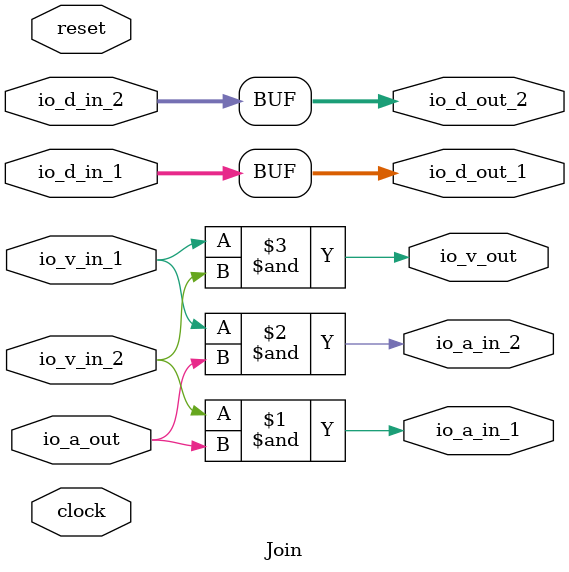
<source format=v>
module Join(
  input        clock,
  input        reset,
  input  [7:0] io_d_in_1,
  input  [7:0] io_d_in_2,
  output       io_a_in_1,
  output       io_a_in_2,
  output [7:0] io_d_out_1,
  output [7:0] io_d_out_2,
  input        io_v_in_1,
  input        io_v_in_2,
  output       io_v_out,
  input        io_a_out
);
  assign io_a_in_1 = io_v_in_2 & io_a_out; // @[Join.scala 25:28]
  assign io_a_in_2 = io_v_in_1 & io_a_out; // @[Join.scala 26:28]
  assign io_d_out_1 = io_d_in_1; // @[Join.scala 20:16]
  assign io_d_out_2 = io_d_in_2; // @[Join.scala 21:16]
  assign io_v_out = io_v_in_1 & io_v_in_2; // @[Join.scala 23:27]
endmodule

</source>
